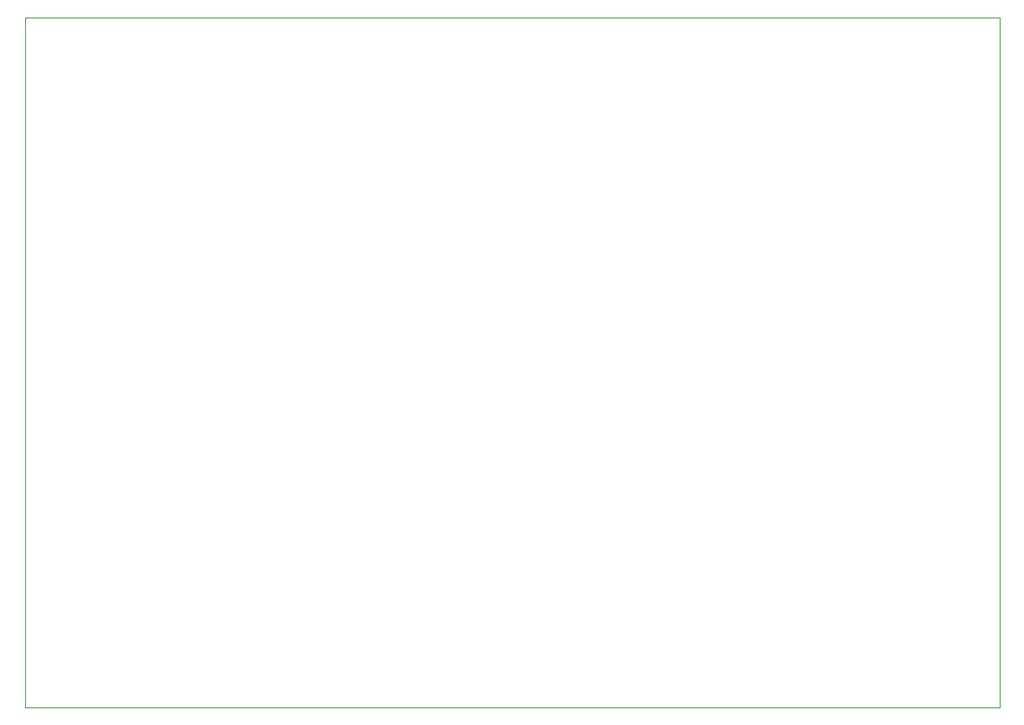
<source format=gbr>
%TF.GenerationSoftware,KiCad,Pcbnew,(6.0.0-0)*%
%TF.CreationDate,2022-01-13T01:42:21-05:00*%
%TF.ProjectId,ROM-Cartridge-programmer,524f4d2d-4361-4727-9472-696467652d70,rev?*%
%TF.SameCoordinates,Original*%
%TF.FileFunction,Profile,NP*%
%FSLAX46Y46*%
G04 Gerber Fmt 4.6, Leading zero omitted, Abs format (unit mm)*
G04 Created by KiCad (PCBNEW (6.0.0-0)) date 2022-01-13 01:42:21*
%MOMM*%
%LPD*%
G01*
G04 APERTURE LIST*
%TA.AperFunction,Profile*%
%ADD10C,0.100000*%
%TD*%
G04 APERTURE END LIST*
D10*
X104648000Y-71374000D02*
X203200000Y-71374000D01*
X203200000Y-71374000D02*
X203200000Y-141224000D01*
X203200000Y-141224000D02*
X104648000Y-141224000D01*
X104648000Y-141224000D02*
X104648000Y-71374000D01*
M02*

</source>
